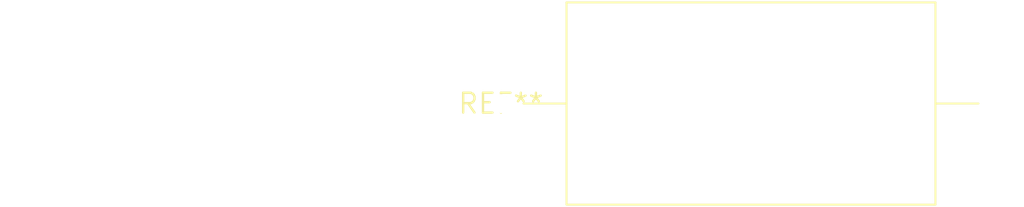
<source format=kicad_pcb>
(kicad_pcb (version 20240108) (generator pcbnew)
  (layers (0 "F.Cu" signal) (31 "B.Cu" signal) (34 "B.Paste" user) (35 "F.Paste" user) (36 "B.SilkS" user "B.Silkscreen") (37 "F.SilkS" user "F.Silkscreen") (38 "B.Mask" user) (39 "F.Mask" user) (44 "Edge.Cuts" user))
  (net 0 "")
  (footprint "L_Axial_L23.4mm_D12.7mm_P32.00mm_Horizontal_Vishay_IHA-203" (layer "F.Cu") (at 0 0)
    (property "Reference" "REF**")
    (property "Value" "L_Axial_L23.4mm_D12.7mm_P32.00mm_Horizontal_Vishay_IHA-203")
    (fp_line (start 1.44 0) (end 4.195 0) (layer "F.SilkS") (stroke (width 0.12)))
    (fp_line (start 4.195 -6.47) (end 4.195 6.47) (layer "F.SilkS") (stroke (width 0.12)))
    (fp_line (start 4.195 6.47) (end 27.805 6.47) (layer "F.SilkS") (stroke (width 0.12)))
    (fp_line (start 27.805 -6.47) (end 4.195 -6.47) (layer "F.SilkS") (stroke (width 0.12)))
    (fp_line (start 27.805 6.47) (end 27.805 -6.47) (layer "F.SilkS") (stroke (width 0.12)))
    (fp_line (start 30.56 0) (end 27.805 0) (layer "F.SilkS") (stroke (width 0.12)))
    (pad "1" thru_hole circle (at 0 0) (size 2.4 2.4) (drill 1.2) (layers *.Cu *.Mask) (remove_unused_layers))
    (pad "2" thru_hole oval (at 32 0) (size 2.4 2.4) (drill 1.2) (layers *.Cu *.Mask) (remove_unused_layers))
  )
)
</source>
